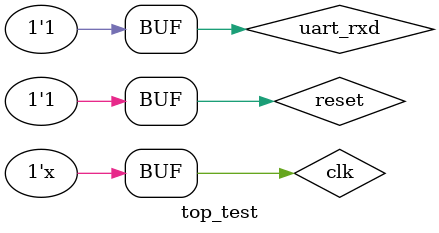
<source format=v>
`timescale 1ns/1ps
module top_test;
	
	reg reset, clk, switch, uart_rxd;
	wire [7:0]led;
	wire uart_txd;
	wire [6:0] digi_out1, digi_out2, digi_out3, digi_out4;
	top top1(reset, clk, switch, led, digi_out1, digi_out2, digi_out3, digi_out4, uart_rxd, uart_txd);
	
	initial begin
		reset <= 1;
		clk <= 1;
		uart_rxd <= 1;
		#1 reset <= 0;
		#1 reset <= 1;
		#1100000 uart_rxd <= 0;
		#104000 uart_rxd <= 0;
		#104000 uart_rxd <= 0;
		#104000 uart_rxd <= 1;
		#104000 uart_rxd <= 1;
		#104000 uart_rxd <= 1;
		#104000 uart_rxd <= 1;
		#104000 uart_rxd <= 0;
		#104000 uart_rxd <= 0;
		#104000 uart_rxd <= 1;
		#1100000 uart_rxd <= 0;
		#104000 uart_rxd <= 0;
		#104000 uart_rxd <= 0;
		#104000 uart_rxd <= 1;
		#104000 uart_rxd <= 0;
		#104000 uart_rxd <= 0;
		#104000 uart_rxd <= 1;
		#104000 uart_rxd <= 0;
		#104000 uart_rxd <= 0;
		#104000 uart_rxd <= 1;
	end
	
	always #10 clk = ~clk;
		
endmodule

</source>
